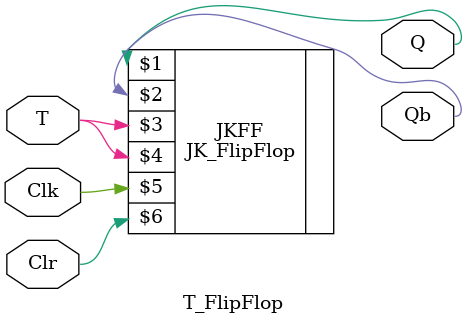
<source format=v>
/* Dependencies: JK Flip-Flop */
/* During wave simulation in ModelSim,
Set the variable Clk as clock.
Force the value of Clr to 0 only for the first run. 
After the first run, force the value to 1. 
*/
module T_FlipFlop(Q, Qb, T, Clk, Clr);
	input T, Clk, Clr;
	output Q, Qb;
	
	JK_FlipFlop JKFF(Q, Qb, T, T, Clk, Clr);
endmodule
</source>
